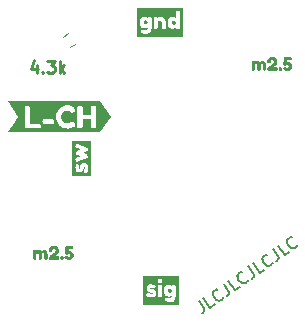
<source format=gbr>
%TF.GenerationSoftware,KiCad,Pcbnew,(6.0.4)*%
%TF.CreationDate,2022-05-31T22:59:13-07:00*%
%TF.ProjectId,VP_SPEAKER_ADAPTER,56505f53-5045-4414-9b45-525f41444150,rev?*%
%TF.SameCoordinates,Original*%
%TF.FileFunction,Legend,Top*%
%TF.FilePolarity,Positive*%
%FSLAX46Y46*%
G04 Gerber Fmt 4.6, Leading zero omitted, Abs format (unit mm)*
G04 Created by KiCad (PCBNEW (6.0.4)) date 2022-05-31 22:59:13*
%MOMM*%
%LPD*%
G01*
G04 APERTURE LIST*
%ADD10C,0.250000*%
%ADD11C,0.150000*%
%ADD12C,0.120000*%
G04 APERTURE END LIST*
D10*
X159571428Y-92085714D02*
X159571428Y-92752380D01*
X159333333Y-91704761D02*
X159095238Y-92419047D01*
X159714285Y-92419047D01*
X160095238Y-92657142D02*
X160142857Y-92704761D01*
X160095238Y-92752380D01*
X160047619Y-92704761D01*
X160095238Y-92657142D01*
X160095238Y-92752380D01*
X160476190Y-91752380D02*
X161095238Y-91752380D01*
X160761904Y-92133333D01*
X160904761Y-92133333D01*
X161000000Y-92180952D01*
X161047619Y-92228571D01*
X161095238Y-92323809D01*
X161095238Y-92561904D01*
X161047619Y-92657142D01*
X161000000Y-92704761D01*
X160904761Y-92752380D01*
X160619047Y-92752380D01*
X160523809Y-92704761D01*
X160476190Y-92657142D01*
X161523809Y-92752380D02*
X161523809Y-91752380D01*
X161619047Y-92371428D02*
X161904761Y-92752380D01*
X161904761Y-92085714D02*
X161523809Y-92466666D01*
D11*
X173302196Y-112100793D02*
X173711893Y-112685902D01*
X173754826Y-112830237D01*
X173731437Y-112962877D01*
X173641729Y-113083824D01*
X173563714Y-113138450D01*
X174655917Y-112373682D02*
X174265845Y-112646814D01*
X173692268Y-111827661D01*
X175342428Y-111776717D02*
X175330734Y-111843038D01*
X175241026Y-111963984D01*
X175163011Y-112018611D01*
X175018676Y-112061543D01*
X174886035Y-112038155D01*
X174792402Y-111987454D01*
X174644142Y-111858738D01*
X174562203Y-111741716D01*
X174491957Y-111558374D01*
X174476338Y-111453046D01*
X174499726Y-111320405D01*
X174589435Y-111199459D01*
X174667449Y-111144832D01*
X174811784Y-111101900D01*
X174878105Y-111113594D01*
X175408587Y-110625882D02*
X175818284Y-111210991D01*
X175861216Y-111355326D01*
X175837828Y-111487967D01*
X175748120Y-111608913D01*
X175670105Y-111663540D01*
X176762308Y-110898771D02*
X176372236Y-111171903D01*
X175798659Y-110352751D01*
X177448819Y-110301806D02*
X177437125Y-110368127D01*
X177347417Y-110489074D01*
X177269402Y-110543700D01*
X177125067Y-110586632D01*
X176992426Y-110563244D01*
X176898793Y-110512543D01*
X176750533Y-110383827D01*
X176668594Y-110266805D01*
X176598348Y-110083463D01*
X176582729Y-109978135D01*
X176606117Y-109845495D01*
X176695826Y-109724548D01*
X176773840Y-109669922D01*
X176918175Y-109626989D01*
X176984495Y-109638683D01*
X177514978Y-109150971D02*
X177924675Y-109736080D01*
X177967607Y-109880415D01*
X177944219Y-110013056D01*
X177854511Y-110134002D01*
X177776496Y-110188629D01*
X178868699Y-109423860D02*
X178478627Y-109696992D01*
X177905050Y-108877840D01*
X179555210Y-108826896D02*
X179543516Y-108893216D01*
X179453808Y-109014163D01*
X179375793Y-109068789D01*
X179231458Y-109111721D01*
X179098817Y-109088333D01*
X179005184Y-109037632D01*
X178856924Y-108908916D01*
X178774984Y-108791894D01*
X178704739Y-108608552D01*
X178689120Y-108503225D01*
X178712508Y-108370584D01*
X178802217Y-108249637D01*
X178880231Y-108195011D01*
X179024566Y-108152078D01*
X179090886Y-108163773D01*
X179621369Y-107676061D02*
X180031066Y-108261169D01*
X180073998Y-108405504D01*
X180050610Y-108538145D01*
X179960902Y-108659092D01*
X179882887Y-108713718D01*
X180975090Y-107948949D02*
X180585018Y-108222081D01*
X180011441Y-107402929D01*
X181661601Y-107351985D02*
X181649907Y-107418305D01*
X181560199Y-107539252D01*
X181482184Y-107593878D01*
X181337849Y-107636810D01*
X181205208Y-107613422D01*
X181111575Y-107562721D01*
X180963315Y-107434005D01*
X180881375Y-107316984D01*
X180811130Y-107133641D01*
X180795511Y-107028314D01*
X180818899Y-106895673D01*
X180908608Y-106774726D01*
X180986622Y-106720100D01*
X181130957Y-106677168D01*
X181197277Y-106688862D01*
D12*
%TO.C,R1*%
X161805956Y-89708079D02*
X162194657Y-89435907D01*
X162405343Y-90564093D02*
X162794044Y-90291921D01*
%TO.C,kibuzzard-625A7373*%
G36*
X178826106Y-91765645D02*
G01*
X178922150Y-91838869D01*
X178969775Y-91918156D01*
X178998350Y-92025841D01*
X179007875Y-92161925D01*
X179007875Y-92439738D01*
X179005494Y-92494506D01*
X178990412Y-92536575D01*
X178949534Y-92568722D01*
X178868175Y-92579438D01*
X178787609Y-92568325D01*
X178745937Y-92534988D01*
X178732444Y-92492919D01*
X178730062Y-92438150D01*
X178730062Y-92160338D01*
X178705456Y-92056753D01*
X178631637Y-92022225D01*
X178556231Y-92058738D01*
X178536387Y-92161925D01*
X178536387Y-92439738D01*
X178534006Y-92495300D01*
X178518925Y-92536575D01*
X178476856Y-92568722D01*
X178395100Y-92579438D01*
X178314534Y-92568325D01*
X178272862Y-92534988D01*
X178259369Y-92492919D01*
X178256987Y-92438150D01*
X178256987Y-92160338D01*
X178232381Y-92056753D01*
X178158562Y-92022225D01*
X178087125Y-92056753D01*
X178063312Y-92160338D01*
X178063312Y-92441325D01*
X178060931Y-92496094D01*
X178045850Y-92538163D01*
X178002987Y-92569119D01*
X177922025Y-92579438D01*
X177841459Y-92568722D01*
X177799787Y-92536575D01*
X177786294Y-92495300D01*
X177783912Y-92439738D01*
X177783912Y-91880937D01*
X177786294Y-91826169D01*
X177801375Y-91785687D01*
X177841459Y-91753541D01*
X177914087Y-91742825D01*
X178029975Y-91771400D01*
X178056962Y-91853950D01*
X178139116Y-91769416D01*
X178236350Y-91741237D01*
X178335128Y-91756583D01*
X178415561Y-91802621D01*
X178477650Y-91879350D01*
X178519719Y-91829344D01*
X178598300Y-91772194D01*
X178709425Y-91741237D01*
X178826106Y-91765645D01*
G37*
G36*
X180903350Y-91414212D02*
G01*
X181052575Y-91414212D01*
X181108138Y-91416594D01*
X181149413Y-91431675D01*
X181181559Y-91474537D01*
X181192275Y-91558675D01*
X181182353Y-91635272D01*
X181152588Y-91674562D01*
X181113694Y-91689644D01*
X181062100Y-91692025D01*
X180784288Y-91692025D01*
X180768413Y-91812675D01*
X180823975Y-91809500D01*
X180921165Y-91822112D01*
X181011653Y-91859947D01*
X181095438Y-91923006D01*
X181162465Y-92004322D01*
X181202682Y-92096926D01*
X181216088Y-92200819D01*
X181203388Y-92305241D01*
X181165288Y-92399433D01*
X181101788Y-92483394D01*
X181019414Y-92549099D01*
X180924693Y-92588522D01*
X180817625Y-92601663D01*
X180722375Y-92593372D01*
X180633475Y-92568501D01*
X180550925Y-92527050D01*
X180511238Y-92496888D01*
X180498538Y-92485775D01*
X180438213Y-92390525D01*
X180496950Y-92287338D01*
X180589025Y-92234950D01*
X180695388Y-92285750D01*
X180794606Y-92319088D01*
X180899381Y-92288925D01*
X180933513Y-92205581D01*
X180896206Y-92121444D01*
X180811275Y-92090488D01*
X180735075Y-92119063D01*
X180648556Y-92155575D01*
X180548544Y-92125413D01*
X180474725Y-92076994D01*
X180457263Y-92038100D01*
X180465200Y-91963884D01*
X180489013Y-91782512D01*
X180513222Y-91603919D01*
X180522350Y-91538037D01*
X180533463Y-91504700D01*
X180556481Y-91461837D01*
X180597756Y-91427706D01*
X180662050Y-91412625D01*
X180903350Y-91414212D01*
G37*
G36*
X180296330Y-92292497D02*
G01*
X180347725Y-92317500D01*
X180374713Y-92428625D01*
X180374713Y-92434975D01*
X180372331Y-92491331D01*
X180355663Y-92534988D01*
X180313792Y-92569516D01*
X180235806Y-92581025D01*
X180156034Y-92573484D01*
X180108806Y-92550863D01*
X180077850Y-92436563D01*
X180077850Y-92430213D01*
X180080231Y-92374650D01*
X180095313Y-92331788D01*
X180137183Y-92296069D01*
X180215169Y-92284163D01*
X180296330Y-92292497D01*
G37*
G36*
X179658397Y-91413066D02*
G01*
X179761849Y-91457251D01*
X179849250Y-91530894D01*
X179915396Y-91623410D01*
X179955083Y-91724216D01*
X179968313Y-91833312D01*
X179958391Y-91921419D01*
X179928625Y-92004763D01*
X179884969Y-92077788D01*
X179833375Y-92134938D01*
X179722250Y-92222647D01*
X179623825Y-92276225D01*
X179584138Y-92292100D01*
X179584138Y-92300038D01*
X179874650Y-92300038D01*
X179967519Y-92315119D01*
X180004825Y-92361156D01*
X180014350Y-92442119D01*
X180004031Y-92522288D01*
X179969900Y-92563563D01*
X179871475Y-92582613D01*
X179250762Y-92582613D01*
X179152337Y-92539750D01*
X179111062Y-92439738D01*
X179125945Y-92357386D01*
X179170594Y-92281781D01*
X179236277Y-92214709D01*
X179314262Y-92157956D01*
X179398400Y-92106759D01*
X179482537Y-92056356D01*
X179560523Y-92002977D01*
X179626206Y-91942850D01*
X179670855Y-91877366D01*
X179685738Y-91807912D01*
X179674625Y-91767431D01*
X179650019Y-91724569D01*
X179607950Y-91693612D01*
X179528575Y-91679325D01*
X179440469Y-91716631D01*
X179398400Y-91790450D01*
X179392050Y-91826962D01*
X179392050Y-91836487D01*
X179389669Y-91888875D01*
X179374587Y-91928562D01*
X179331725Y-91957137D01*
X179250762Y-91966662D01*
X179162259Y-91951581D01*
X179119000Y-91906337D01*
X179111062Y-91825375D01*
X179124203Y-91719101D01*
X179163626Y-91620411D01*
X179229331Y-91529306D01*
X179316291Y-91456546D01*
X179419478Y-91412890D01*
X179538894Y-91398337D01*
X179658397Y-91413066D01*
G37*
%TO.C,kibuzzard-6296FC15*%
G36*
X171958578Y-89740234D02*
G01*
X168041422Y-89740234D01*
X168041422Y-88503969D01*
X168289469Y-88503969D01*
X168305454Y-88633284D01*
X168353410Y-88751354D01*
X168433336Y-88858180D01*
X168531562Y-88942516D01*
X168634419Y-88993117D01*
X168741906Y-89009984D01*
X168884285Y-88985180D01*
X168982016Y-88910766D01*
X168982016Y-88970297D01*
X168934391Y-89113172D01*
X168811359Y-89172703D01*
X168704203Y-89154348D01*
X168604984Y-89099281D01*
X168547437Y-89075469D01*
X168498820Y-89091344D01*
X168440281Y-89148891D01*
X168380750Y-89285813D01*
X168414980Y-89348816D01*
X168517672Y-89418766D01*
X168658066Y-89473832D01*
X168805406Y-89492188D01*
X168933288Y-89476643D01*
X169052351Y-89430010D01*
X169162594Y-89352289D01*
X169250788Y-89249212D01*
X169303705Y-89126511D01*
X169321344Y-88984188D01*
X169321344Y-88865125D01*
X169480094Y-88865125D01*
X169483070Y-88933586D01*
X169499938Y-88986172D01*
X169552027Y-89026355D01*
X169652734Y-89039750D01*
X169754434Y-89026355D01*
X169805531Y-88986172D01*
X169824383Y-88935570D01*
X169827359Y-88867109D01*
X169827359Y-88515875D01*
X169875977Y-88390859D01*
X170002977Y-88343234D01*
X170127992Y-88388875D01*
X170174625Y-88515875D01*
X170174625Y-88865125D01*
X170186531Y-88966328D01*
X170238125Y-89021395D01*
X170349250Y-89039750D01*
X170451445Y-89026355D01*
X170504031Y-88986172D01*
X170520898Y-88935570D01*
X170523875Y-88867109D01*
X170523875Y-88518852D01*
X170662781Y-88518852D01*
X170679097Y-88651364D01*
X170728045Y-88772411D01*
X170809625Y-88881992D01*
X170911049Y-88968533D01*
X171019528Y-89020457D01*
X171135063Y-89037766D01*
X171267520Y-89013953D01*
X171367234Y-88942516D01*
X171413619Y-89015441D01*
X171521023Y-89039750D01*
X171631900Y-89026355D01*
X171688703Y-88986172D01*
X171707555Y-88935570D01*
X171710531Y-88867109D01*
X171710531Y-87682437D01*
X171707555Y-87613977D01*
X171689695Y-87561391D01*
X171637109Y-87519719D01*
X171536898Y-87507812D01*
X171436688Y-87519719D01*
X171384102Y-87560398D01*
X171366242Y-87611992D01*
X171363266Y-87680453D01*
X171363266Y-88097172D01*
X171265535Y-88022758D01*
X171135063Y-87997953D01*
X171020520Y-88015372D01*
X170912372Y-88067627D01*
X170810617Y-88154719D01*
X170728486Y-88264852D01*
X170679207Y-88386229D01*
X170662781Y-88518852D01*
X170523875Y-88518852D01*
X170523875Y-88517859D01*
X170509213Y-88379725D01*
X170465226Y-88256363D01*
X170391914Y-88147773D01*
X170296554Y-88063437D01*
X170186421Y-88012836D01*
X170061516Y-87995969D01*
X169912687Y-88041609D01*
X169859109Y-88083281D01*
X169823391Y-88122969D01*
X169803547Y-88041609D01*
X169752449Y-88007379D01*
X169654719Y-87995969D01*
X169554012Y-88008371D01*
X169501922Y-88045578D01*
X169483070Y-88096180D01*
X169480094Y-88162656D01*
X169480094Y-88865125D01*
X169321344Y-88865125D01*
X169321344Y-88162656D01*
X169318367Y-88095187D01*
X169300508Y-88044586D01*
X169249906Y-88003906D01*
X169136797Y-87992000D01*
X169024680Y-88020773D01*
X168984000Y-88105109D01*
X168951258Y-88066414D01*
X168874859Y-88020773D01*
X168751828Y-87995969D01*
X168639821Y-88012946D01*
X168533988Y-88063878D01*
X168434328Y-88148766D01*
X168353851Y-88256142D01*
X168305564Y-88374543D01*
X168289469Y-88503969D01*
X168041422Y-88503969D01*
X168041422Y-87259766D01*
X171958578Y-87259766D01*
X171958578Y-89740234D01*
G37*
G36*
X171310680Y-88400781D02*
G01*
X171357313Y-88520836D01*
X171308695Y-88638906D01*
X171186656Y-88692484D01*
X171061641Y-88638906D01*
X171010047Y-88519844D01*
X171057672Y-88399789D01*
X171184672Y-88345219D01*
X171310680Y-88400781D01*
G37*
G36*
X168924469Y-88387883D02*
G01*
X168970109Y-88504961D01*
X168922484Y-88620055D01*
X168802430Y-88672641D01*
X168679398Y-88621047D01*
X168628797Y-88504961D01*
X168676422Y-88386891D01*
X168801437Y-88333312D01*
X168924469Y-88387883D01*
G37*
%TO.C,kibuzzard-625A7373*%
G36*
X160326106Y-107765645D02*
G01*
X160422150Y-107838869D01*
X160469775Y-107918156D01*
X160498350Y-108025841D01*
X160507875Y-108161925D01*
X160507875Y-108439738D01*
X160505494Y-108494506D01*
X160490412Y-108536575D01*
X160449534Y-108568722D01*
X160368175Y-108579438D01*
X160287609Y-108568325D01*
X160245937Y-108534988D01*
X160232444Y-108492919D01*
X160230062Y-108438150D01*
X160230062Y-108160338D01*
X160205456Y-108056753D01*
X160131637Y-108022225D01*
X160056231Y-108058738D01*
X160036387Y-108161925D01*
X160036387Y-108439738D01*
X160034006Y-108495300D01*
X160018925Y-108536575D01*
X159976856Y-108568722D01*
X159895100Y-108579438D01*
X159814534Y-108568325D01*
X159772862Y-108534988D01*
X159759369Y-108492919D01*
X159756987Y-108438150D01*
X159756987Y-108160338D01*
X159732381Y-108056753D01*
X159658562Y-108022225D01*
X159587125Y-108056753D01*
X159563312Y-108160338D01*
X159563312Y-108441325D01*
X159560931Y-108496094D01*
X159545850Y-108538163D01*
X159502987Y-108569119D01*
X159422025Y-108579438D01*
X159341459Y-108568722D01*
X159299787Y-108536575D01*
X159286294Y-108495300D01*
X159283912Y-108439738D01*
X159283912Y-107880937D01*
X159286294Y-107826169D01*
X159301375Y-107785687D01*
X159341459Y-107753541D01*
X159414087Y-107742825D01*
X159529975Y-107771400D01*
X159556962Y-107853950D01*
X159639116Y-107769416D01*
X159736350Y-107741237D01*
X159835128Y-107756583D01*
X159915561Y-107802621D01*
X159977650Y-107879350D01*
X160019719Y-107829344D01*
X160098300Y-107772194D01*
X160209425Y-107741237D01*
X160326106Y-107765645D01*
G37*
G36*
X161796330Y-108292497D02*
G01*
X161847725Y-108317500D01*
X161874713Y-108428625D01*
X161874713Y-108434975D01*
X161872331Y-108491331D01*
X161855663Y-108534988D01*
X161813792Y-108569516D01*
X161735806Y-108581025D01*
X161656034Y-108573484D01*
X161608806Y-108550863D01*
X161577850Y-108436563D01*
X161577850Y-108430213D01*
X161580231Y-108374650D01*
X161595313Y-108331788D01*
X161637183Y-108296069D01*
X161715169Y-108284163D01*
X161796330Y-108292497D01*
G37*
G36*
X162403350Y-107414212D02*
G01*
X162552575Y-107414212D01*
X162608138Y-107416594D01*
X162649413Y-107431675D01*
X162681559Y-107474537D01*
X162692275Y-107558675D01*
X162682353Y-107635272D01*
X162652588Y-107674562D01*
X162613694Y-107689644D01*
X162562100Y-107692025D01*
X162284288Y-107692025D01*
X162268413Y-107812675D01*
X162323975Y-107809500D01*
X162421165Y-107822112D01*
X162511653Y-107859947D01*
X162595438Y-107923006D01*
X162662465Y-108004322D01*
X162702682Y-108096926D01*
X162716088Y-108200819D01*
X162703388Y-108305241D01*
X162665288Y-108399433D01*
X162601788Y-108483394D01*
X162519414Y-108549099D01*
X162424693Y-108588522D01*
X162317625Y-108601663D01*
X162222375Y-108593372D01*
X162133475Y-108568501D01*
X162050925Y-108527050D01*
X162011238Y-108496888D01*
X161998538Y-108485775D01*
X161938213Y-108390525D01*
X161996950Y-108287338D01*
X162089025Y-108234950D01*
X162195388Y-108285750D01*
X162294606Y-108319088D01*
X162399381Y-108288925D01*
X162433513Y-108205581D01*
X162396206Y-108121444D01*
X162311275Y-108090488D01*
X162235075Y-108119063D01*
X162148556Y-108155575D01*
X162048544Y-108125413D01*
X161974725Y-108076994D01*
X161957263Y-108038100D01*
X161965200Y-107963884D01*
X161989013Y-107782512D01*
X162013222Y-107603919D01*
X162022350Y-107538037D01*
X162033463Y-107504700D01*
X162056481Y-107461837D01*
X162097756Y-107427706D01*
X162162050Y-107412625D01*
X162403350Y-107414212D01*
G37*
G36*
X161158397Y-107413066D02*
G01*
X161261849Y-107457251D01*
X161349250Y-107530894D01*
X161415396Y-107623410D01*
X161455083Y-107724216D01*
X161468313Y-107833312D01*
X161458391Y-107921419D01*
X161428625Y-108004763D01*
X161384969Y-108077788D01*
X161333375Y-108134938D01*
X161222250Y-108222647D01*
X161123825Y-108276225D01*
X161084138Y-108292100D01*
X161084138Y-108300038D01*
X161374650Y-108300038D01*
X161467519Y-108315119D01*
X161504825Y-108361156D01*
X161514350Y-108442119D01*
X161504031Y-108522288D01*
X161469900Y-108563563D01*
X161371475Y-108582613D01*
X160750762Y-108582613D01*
X160652337Y-108539750D01*
X160611062Y-108439738D01*
X160625945Y-108357386D01*
X160670594Y-108281781D01*
X160736277Y-108214709D01*
X160814262Y-108157956D01*
X160898400Y-108106759D01*
X160982537Y-108056356D01*
X161060523Y-108002977D01*
X161126206Y-107942850D01*
X161170855Y-107877366D01*
X161185738Y-107807912D01*
X161174625Y-107767431D01*
X161150019Y-107724569D01*
X161107950Y-107693612D01*
X161028575Y-107679325D01*
X160940469Y-107716631D01*
X160898400Y-107790450D01*
X160892050Y-107826962D01*
X160892050Y-107836487D01*
X160889669Y-107888875D01*
X160874587Y-107928562D01*
X160831725Y-107957137D01*
X160750762Y-107966662D01*
X160662259Y-107951581D01*
X160619000Y-107906337D01*
X160611062Y-107825375D01*
X160624203Y-107719101D01*
X160663626Y-107620411D01*
X160729331Y-107529306D01*
X160816291Y-107456546D01*
X160919478Y-107412890D01*
X161038894Y-107398337D01*
X161158397Y-107413066D01*
G37*
%TO.C,kibuzzard-6296FBFD*%
G36*
X171602172Y-109959766D02*
G01*
X171602172Y-112440234D01*
X168597828Y-112440234D01*
X168597828Y-111573063D01*
X168845875Y-111573063D01*
X168883578Y-111648469D01*
X169002971Y-111710205D01*
X169125672Y-111747247D01*
X169251680Y-111759594D01*
X169372175Y-111752759D01*
X169478339Y-111732253D01*
X169570172Y-111698078D01*
X169678320Y-111589930D01*
X169686587Y-111567109D01*
X169846000Y-111567109D01*
X169848977Y-111636563D01*
X169865844Y-111688156D01*
X169917934Y-111728340D01*
X170018641Y-111741734D01*
X170120340Y-111728836D01*
X170171438Y-111690141D01*
X170190289Y-111637555D01*
X170193266Y-111569094D01*
X170193266Y-111203969D01*
X170322250Y-111203969D01*
X170338235Y-111333284D01*
X170386191Y-111451354D01*
X170466117Y-111558180D01*
X170564344Y-111642516D01*
X170667201Y-111693117D01*
X170774688Y-111709984D01*
X170917066Y-111685180D01*
X171014797Y-111610766D01*
X171014797Y-111670297D01*
X170967172Y-111813172D01*
X170844141Y-111872703D01*
X170736984Y-111854348D01*
X170637766Y-111799281D01*
X170580219Y-111775469D01*
X170531602Y-111791344D01*
X170473063Y-111848891D01*
X170413531Y-111985813D01*
X170447762Y-112048816D01*
X170550453Y-112118766D01*
X170690848Y-112173832D01*
X170838188Y-112192188D01*
X170966069Y-112176643D01*
X171085132Y-112130010D01*
X171195375Y-112052289D01*
X171283569Y-111949212D01*
X171336486Y-111826511D01*
X171354125Y-111684188D01*
X171354125Y-110862656D01*
X171351148Y-110795187D01*
X171333289Y-110744586D01*
X171282688Y-110703906D01*
X171169578Y-110692000D01*
X171057461Y-110720773D01*
X171016781Y-110805109D01*
X170984039Y-110766414D01*
X170907641Y-110720773D01*
X170784609Y-110695969D01*
X170672602Y-110712946D01*
X170566769Y-110763878D01*
X170467109Y-110848766D01*
X170386632Y-110956142D01*
X170338345Y-111074543D01*
X170322250Y-111203969D01*
X170193266Y-111203969D01*
X170193266Y-110874562D01*
X170191281Y-110817016D01*
X170155563Y-110731687D01*
X170020625Y-110697953D01*
X169918430Y-110710852D01*
X169865844Y-110749547D01*
X169848977Y-110802133D01*
X169846000Y-110870594D01*
X169846000Y-111567109D01*
X169686587Y-111567109D01*
X169707342Y-111509811D01*
X169717016Y-111414313D01*
X169707342Y-111319807D01*
X169678320Y-111242664D01*
X169582078Y-111146422D01*
X169457062Y-111096812D01*
X169328078Y-111071016D01*
X169226875Y-111042738D01*
X169193141Y-110993625D01*
X169310219Y-110949969D01*
X169450117Y-110979734D01*
X169538422Y-111009500D01*
X169627719Y-110940047D01*
X169671375Y-110822969D01*
X169601922Y-110743594D01*
X169455078Y-110692992D01*
X169312203Y-110676125D01*
X169157184Y-110688666D01*
X169036613Y-110726290D01*
X168950491Y-110788996D01*
X168898818Y-110876785D01*
X168881594Y-110989656D01*
X168891020Y-111087635D01*
X168919297Y-111171227D01*
X169014547Y-111283344D01*
X169138074Y-111344363D01*
X169262594Y-111376609D01*
X169362309Y-111399430D01*
X169395547Y-111432172D01*
X169365285Y-111467891D01*
X169274500Y-111479797D01*
X169123687Y-111431180D01*
X168991727Y-111382563D01*
X168921281Y-111416297D01*
X168864727Y-111508074D01*
X168845875Y-111573063D01*
X168597828Y-111573063D01*
X168597828Y-110380453D01*
X169846000Y-110380453D01*
X169848977Y-110448914D01*
X169866836Y-110501500D01*
X169919422Y-110543172D01*
X170019633Y-110555078D01*
X170119844Y-110543172D01*
X170172430Y-110502492D01*
X170190289Y-110450898D01*
X170193266Y-110382437D01*
X170190289Y-110313977D01*
X170171438Y-110261391D01*
X170120836Y-110221207D01*
X170020625Y-110207812D01*
X169918430Y-110221207D01*
X169865844Y-110261391D01*
X169848977Y-110311992D01*
X169846000Y-110380453D01*
X168597828Y-110380453D01*
X168597828Y-109959766D01*
X171602172Y-109959766D01*
G37*
G36*
X170957250Y-111087883D02*
G01*
X171002891Y-111204961D01*
X170955266Y-111320055D01*
X170835211Y-111372641D01*
X170712180Y-111321047D01*
X170661578Y-111204961D01*
X170709203Y-111086891D01*
X170834219Y-111033312D01*
X170957250Y-111087883D01*
G37*
%TO.C,kibuzzard-6296FC21*%
G36*
X164189781Y-98519656D02*
G01*
X164189781Y-101480344D01*
X162610219Y-101480344D01*
X162610219Y-100765969D01*
X162858266Y-100765969D01*
X162870807Y-100920988D01*
X162908431Y-101041559D01*
X162971137Y-101127681D01*
X163058926Y-101179354D01*
X163171797Y-101196578D01*
X163269775Y-101187152D01*
X163353367Y-101158875D01*
X163465484Y-101063625D01*
X163526504Y-100940098D01*
X163558750Y-100815578D01*
X163581570Y-100715863D01*
X163614313Y-100682625D01*
X163650031Y-100712887D01*
X163661938Y-100803672D01*
X163613320Y-100954484D01*
X163564703Y-101086445D01*
X163598438Y-101156891D01*
X163690215Y-101213445D01*
X163755203Y-101232297D01*
X163830609Y-101194594D01*
X163892345Y-101075201D01*
X163929387Y-100952500D01*
X163941734Y-100826492D01*
X163934899Y-100705997D01*
X163914394Y-100599832D01*
X163880219Y-100508000D01*
X163772070Y-100399852D01*
X163691951Y-100370830D01*
X163596453Y-100361156D01*
X163501947Y-100370830D01*
X163424805Y-100399852D01*
X163328562Y-100496094D01*
X163278953Y-100621109D01*
X163253156Y-100750094D01*
X163224879Y-100851297D01*
X163175766Y-100885031D01*
X163132109Y-100767953D01*
X163161875Y-100628055D01*
X163191641Y-100539750D01*
X163122187Y-100450453D01*
X163005109Y-100406797D01*
X162925734Y-100476250D01*
X162875133Y-100623094D01*
X162858266Y-100765969D01*
X162610219Y-100765969D01*
X162610219Y-100065484D01*
X162866203Y-100065484D01*
X162892000Y-100168672D01*
X162946074Y-100253504D01*
X163017016Y-100281781D01*
X163094406Y-100261938D01*
X163824656Y-99962297D01*
X163895102Y-99906734D01*
X163929828Y-99803547D01*
X163882203Y-99694406D01*
X163840531Y-99662656D01*
X163807789Y-99645789D01*
X163772070Y-99631898D01*
X163637133Y-99582289D01*
X163544115Y-99548307D01*
X163481359Y-99523750D01*
X163635700Y-99465762D01*
X163738887Y-99426736D01*
X163790922Y-99406672D01*
X163824656Y-99390797D01*
X163895102Y-99334242D01*
X163929828Y-99245937D01*
X163915938Y-99170531D01*
X163867320Y-99111000D01*
X163792906Y-99071312D01*
X163261094Y-98853031D01*
X163131117Y-98799453D01*
X163022969Y-98767703D01*
X162948059Y-98799453D01*
X162886047Y-98894703D01*
X162866203Y-98974078D01*
X162897953Y-99057422D01*
X162993203Y-99116953D01*
X163322609Y-99238000D01*
X163269693Y-99258946D01*
X163163859Y-99297972D01*
X163005109Y-99355078D01*
X162971375Y-99370953D01*
X162907875Y-99429492D01*
X162876125Y-99531687D01*
X162933672Y-99648766D01*
X163003125Y-99692422D01*
X163324594Y-99809500D01*
X163152615Y-99872780D01*
X163028260Y-99919743D01*
X162951531Y-99950391D01*
X162916805Y-99966266D01*
X162883070Y-100000992D01*
X162866203Y-100065484D01*
X162610219Y-100065484D01*
X162610219Y-98519656D01*
X164189781Y-98519656D01*
G37*
%TO.C,kibuzzard-625A7081*%
G36*
X165845543Y-96500000D02*
G01*
X164972418Y-97809688D01*
X157154457Y-97809688D01*
X157545617Y-97222948D01*
X158573285Y-97222948D01*
X158589001Y-97356536D01*
X158658415Y-97431188D01*
X158803790Y-97456072D01*
X159746765Y-97456072D01*
X159882972Y-97429878D01*
X159927502Y-97372252D01*
X159940599Y-97260928D01*
X159927502Y-97149605D01*
X159875114Y-97088050D01*
X159749384Y-97068404D01*
X159036914Y-97068404D01*
X159036914Y-96882429D01*
X160071567Y-96882429D01*
X160084664Y-97002920D01*
X160142945Y-97069714D01*
X160260162Y-97091979D01*
X160883574Y-97091979D01*
X161014542Y-97068404D01*
X161060382Y-97004230D01*
X161074788Y-96885048D01*
X161059072Y-96764557D01*
X161002755Y-96699727D01*
X160886193Y-96678118D01*
X160262782Y-96678118D01*
X160137052Y-96701692D01*
X160087284Y-96764557D01*
X160071567Y-96882429D01*
X159036914Y-96882429D01*
X159036914Y-96486903D01*
X161205757Y-96486903D01*
X161223110Y-96683684D01*
X161275170Y-96865403D01*
X161354079Y-97023875D01*
X161451978Y-97150915D01*
X161566248Y-97253725D01*
X161694270Y-97339510D01*
X161827204Y-97405649D01*
X161956208Y-97449523D01*
X162082593Y-97474080D01*
X162207668Y-97482266D01*
X162334380Y-97471788D01*
X162465676Y-97440356D01*
X162642484Y-97372252D01*
X162732853Y-97317245D01*
X162815363Y-97251761D01*
X162827487Y-97220328D01*
X163023603Y-97220328D01*
X163039319Y-97356536D01*
X163108733Y-97429223D01*
X163254108Y-97453453D01*
X163389006Y-97435772D01*
X163458419Y-97382729D01*
X163483303Y-97313316D01*
X163487233Y-97222948D01*
X163487233Y-96688595D01*
X164181367Y-96688595D01*
X164181367Y-97220328D01*
X164197083Y-97356536D01*
X164266497Y-97429223D01*
X164411872Y-97453453D01*
X164546770Y-97435772D01*
X164616183Y-97382729D01*
X164641067Y-97313316D01*
X164644996Y-97222948D01*
X164644996Y-95769194D01*
X164631899Y-95632987D01*
X164595228Y-95580599D01*
X164527124Y-95549167D01*
X164406633Y-95536070D01*
X164280903Y-95551786D01*
X164210180Y-95606793D01*
X164185296Y-95676207D01*
X164181367Y-95766575D01*
X164181367Y-96303547D01*
X163487233Y-96303547D01*
X163487233Y-95769194D01*
X163474136Y-95632987D01*
X163402758Y-95560299D01*
X163256728Y-95536070D01*
X163121830Y-95553751D01*
X163052416Y-95606793D01*
X163027532Y-95676207D01*
X163023603Y-95766575D01*
X163023603Y-97220328D01*
X162827487Y-97220328D01*
X162850724Y-97160083D01*
X162793098Y-97013397D01*
X162702075Y-96903384D01*
X162617600Y-96866713D01*
X162491870Y-96919100D01*
X162444721Y-96953152D01*
X162341256Y-96995062D01*
X162188023Y-97016017D01*
X162018418Y-96987204D01*
X161855362Y-96900764D01*
X161721774Y-96735744D01*
X161682483Y-96624093D01*
X161669386Y-96498690D01*
X161682483Y-96373288D01*
X161721774Y-96261637D01*
X161852743Y-96099236D01*
X162019073Y-96010832D01*
X162188023Y-95981364D01*
X162353043Y-96003628D01*
X162481393Y-96070422D01*
X162614981Y-96128049D01*
X162701420Y-96092687D01*
X162798337Y-95986603D01*
X162853344Y-95841227D01*
X162785240Y-95716807D01*
X162711898Y-95669658D01*
X162649033Y-95632987D01*
X162456508Y-95555715D01*
X162330451Y-95527230D01*
X162206358Y-95517734D01*
X162033770Y-95533451D01*
X161861765Y-95580599D01*
X161690341Y-95659181D01*
X161561664Y-95741364D01*
X161448049Y-95841227D01*
X161351460Y-95964338D01*
X161273861Y-96116262D01*
X161222783Y-96292087D01*
X161205757Y-96486903D01*
X159036914Y-96486903D01*
X159036914Y-95769194D01*
X159023817Y-95632987D01*
X158952440Y-95560299D01*
X158806409Y-95536070D01*
X158671512Y-95553751D01*
X158602098Y-95606793D01*
X158577214Y-95676207D01*
X158573285Y-95766575D01*
X158573285Y-97222948D01*
X157545617Y-97222948D01*
X158027582Y-96500000D01*
X157154457Y-95190312D01*
X164972418Y-95190312D01*
X165845543Y-96500000D01*
G37*
%TD*%
M02*

</source>
